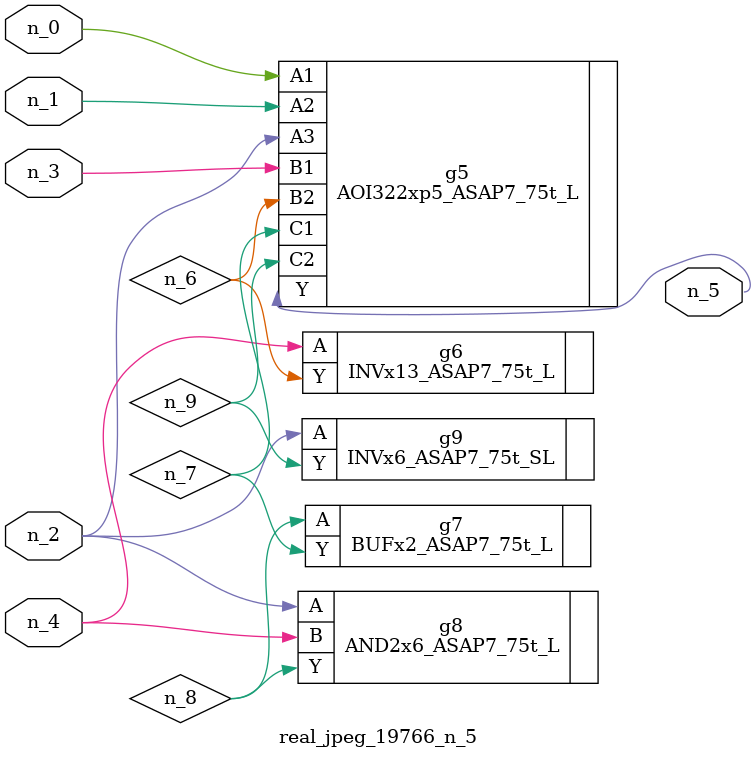
<source format=v>
module real_jpeg_19766_n_5 (n_4, n_0, n_1, n_2, n_3, n_5);

input n_4;
input n_0;
input n_1;
input n_2;
input n_3;

output n_5;

wire n_8;
wire n_6;
wire n_7;
wire n_9;

AOI322xp5_ASAP7_75t_L g5 ( 
.A1(n_0),
.A2(n_1),
.A3(n_2),
.B1(n_3),
.B2(n_6),
.C1(n_7),
.C2(n_9),
.Y(n_5)
);

AND2x6_ASAP7_75t_L g8 ( 
.A(n_2),
.B(n_4),
.Y(n_8)
);

INVx6_ASAP7_75t_SL g9 ( 
.A(n_2),
.Y(n_9)
);

INVx13_ASAP7_75t_L g6 ( 
.A(n_4),
.Y(n_6)
);

BUFx2_ASAP7_75t_L g7 ( 
.A(n_8),
.Y(n_7)
);


endmodule
</source>
